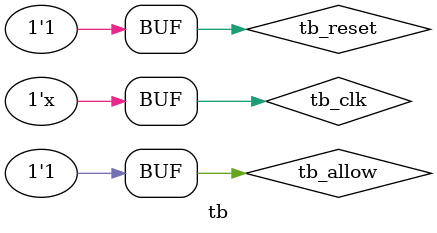
<source format=v>
`timescale 1ns/10ps
`include "proc.v"

module tb();
	reg tb_clk = 1'b0;
	reg tb_reset;
	reg tb_allow;
	proc proc_INST(.clk(tb_clk), .reset(tb_reset), .allow_jump(tb_allow));
	
	always
		#5 tb_clk <= !tb_clk;
		
	initial begin
		tb_reset <= 1'b0;
		tb_allow <= 1'b0;
		tb_reset <= #10 1'b1;
		tb_allow <= #35 1'b1;
	end
endmodule

</source>
